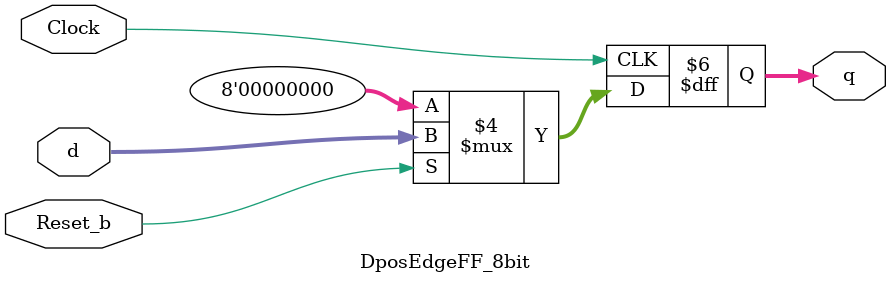
<source format=v>
`timescale 1ns/1ns

module Part2Top (SW, KEY, LEDR, HEX0, HEX1, HEX2, HEX3, HEX4, HEX5);

	input [9:0] SW;
	input [3:0] KEY;
	output [7:0] LEDR;
	output [6:0] HEX0, HEX1, HEX2, HEX3, HEX4, HEX5;
	
	wire [7:0] out;
	
	ALU alu (SW[3:0], LEDR[3:0], ~KEY[3:1], out, LEDR);
	DposEdgeFF_8bit pff (~KEY[0], SW[9], out, LEDR);
	
	HEX_Decoder data (SW[3:0], HEX0);
	HEX_Decoder highSigBits (LEDR[7:4], HEX5);
	HEX_Decoder lowSigBits (LEDR[3:0], HEX4);
	
	HEX_Decoder empty1 (4'b0000, HEX1);
	HEX_Decoder empty2 (4'b0000, HEX2);
	HEX_Decoder empty3 (4'b0000, HEX3);
	

endmodule // Part2Top

module ALU (A, B, ALUselect, Output, StoredOutput);

	input [3:0] A, B; // Two 4-bit inputs
	input [2:0] ALUselect; // 3-bit function selector
	input [7:0] StoredOutput; // Output stored on register
	output [7:0] Output; // 8-bit output
	
	wire [4:0] sum;
	fourBitAdder fba(A, B, 0, sum);
	
	/*
		0: A + B using adder
		1: A + B using Verilog '+'
		2: A NAND B on lower 4 bits and A NOR B on upper 4 bits
		3: 8'b11000000 at least one 1
		4: 8'b00111111 if A has two 1s and B has three 1s
		5: B on significant bits and !A on lesser bits
		6: XNOR on lower 4 bits and XOR on upper 4 bits
		7: Retain value
	*/
	
	reg [7:0] ALUout;
	always @(*)
	begin
		case(ALUselect[2:0])
			3'b000: // Case 0
				ALUout = {3'b000, sum};
			3'b001: // Case 1
				ALUout = A + B;
			3'b010: // Case 2
				ALUout = { ~(A | B), ~(A & B) };
			3'b011: // Case 3
				ALUout = {  {2{(|A) | (|B)}}, 6'b000000};
			3'b100: // Case 4
				ALUout = { 2'b00, {6{ ((|A) & (~&A) & (~^A)) & (&(B + 4'b0001) | &(B + 4'b0010) | &(B + 4'b0100) | &(B + 4'b1000)) }} };
			3'b101: // Case 5
				ALUout = { B[3:0], ~A[3:0] };
			3'b110: // Case 6
				ALUout = { A^B, A ~^B };
			3'b111: // Case 7
				ALUout = StoredOutput;
			default:
				ALUout = 8'b00000000;
		endcase
	end
	
	// Assign output.
	assign Output = ALUout;
	

endmodule // ALU


module DposEdgeFF_8bit (Clock, Reset_b, d, q);

	input Clock, Reset_b;
	input [7:0] d;
	output reg [7:0] q;
	
	always @(posedge Clock)
	begin
		if (Reset_b == 1'b0)
			q <= 0;
		else
			q <= d;
	end

endmodule // DposEdgeFF_8bit

</source>
